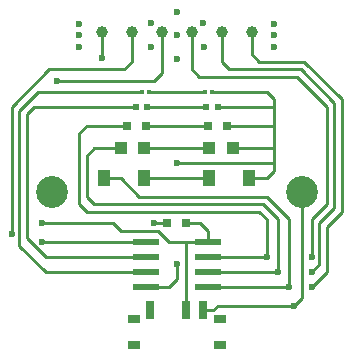
<source format=gtl>
G75*
%MOIN*%
%OFA0B0*%
%FSLAX24Y24*%
%IPPOS*%
%LPD*%
%AMOC8*
5,1,8,0,0,1.08239X$1,22.5*
%
%ADD10C,0.1063*%
%ADD11C,0.0394*%
%ADD12R,0.0394X0.0433*%
%ADD13R,0.0315X0.0315*%
%ADD14R,0.0197X0.0197*%
%ADD15R,0.0118X0.0118*%
%ADD16R,0.0394X0.0551*%
%ADD17R,0.0276X0.0630*%
%ADD18R,0.0394X0.0315*%
%ADD19R,0.0866X0.0236*%
%ADD20C,0.0236*%
%ADD21C,0.0100*%
D10*
X002285Y005912D03*
X010592Y005912D03*
D11*
X008939Y011252D03*
X007939Y011252D03*
X006939Y011252D03*
X005939Y011252D03*
X004939Y011252D03*
X003939Y011252D03*
D12*
X004570Y007377D03*
X005358Y007377D03*
X007519Y007377D03*
X008307Y007377D03*
D13*
X008110Y008127D03*
X007480Y008127D03*
X005397Y008127D03*
X004767Y008127D03*
X006124Y004877D03*
X006754Y004877D03*
D14*
X007421Y008752D03*
X007815Y008752D03*
X005456Y008752D03*
X005063Y008752D03*
D15*
X005259Y009252D03*
X005496Y009252D03*
X007381Y009252D03*
X007618Y009252D03*
D16*
X007519Y006377D03*
X008858Y006377D03*
X005358Y006377D03*
X004019Y006377D03*
D17*
X005553Y001961D03*
X006734Y001961D03*
X007324Y001961D03*
D18*
X007876Y001685D03*
X007876Y000819D03*
X005002Y000819D03*
X005002Y001685D03*
D19*
X005415Y002752D03*
X005415Y003252D03*
X005415Y003752D03*
X005415Y004252D03*
X007462Y004252D03*
X007462Y003752D03*
X007462Y003252D03*
X007462Y002752D03*
D20*
X006439Y003502D03*
X005689Y004877D03*
X006439Y006877D03*
X009439Y003752D03*
X009814Y003252D03*
X010189Y002752D03*
X010342Y002127D03*
X010939Y002752D03*
X010939Y003252D03*
X010939Y003752D03*
X006439Y010329D03*
X006439Y011128D03*
X006439Y011904D03*
X007314Y011529D03*
X007335Y010742D03*
X005564Y010742D03*
X005564Y011529D03*
X003939Y010377D03*
X003191Y010735D03*
X003191Y011128D03*
X003191Y011522D03*
X002439Y009627D03*
X001939Y004877D03*
X001939Y004252D03*
X000939Y004502D03*
X009687Y010735D03*
X009687Y011128D03*
X009687Y011522D03*
D21*
X005415Y003252D02*
X002064Y003252D01*
X001189Y004127D01*
X001189Y008627D01*
X001814Y009252D01*
X005259Y009252D01*
X005496Y009252D02*
X007381Y009252D01*
X007618Y009252D02*
X009439Y009252D01*
X009689Y009002D01*
X009689Y008752D01*
X009689Y008127D01*
X009689Y007377D01*
X009689Y006877D01*
X006439Y006877D01*
X007519Y006377D02*
X005358Y006377D01*
X005189Y005752D02*
X009439Y005752D01*
X010189Y005002D01*
X010189Y002752D01*
X007462Y002752D01*
X007462Y003252D02*
X009814Y003252D01*
X009814Y005002D01*
X009314Y005502D01*
X003689Y005502D01*
X003439Y005752D01*
X003439Y007127D01*
X003689Y007377D01*
X004570Y007377D01*
X004767Y008127D02*
X003439Y008127D01*
X003189Y007877D01*
X003189Y005502D01*
X003439Y005252D01*
X009189Y005252D01*
X009439Y005002D01*
X009439Y003752D01*
X007462Y003752D01*
X007462Y004252D02*
X007462Y004627D01*
X007212Y004877D01*
X006754Y004877D01*
X006734Y004252D02*
X006189Y004252D01*
X005814Y004627D01*
X004564Y004627D01*
X004314Y004877D01*
X001939Y004877D01*
X001439Y004377D02*
X002064Y003752D01*
X005415Y003752D01*
X005415Y004252D02*
X001939Y004252D01*
X001439Y004377D02*
X001439Y008502D01*
X001689Y008752D01*
X005063Y008752D01*
X005456Y008752D02*
X007421Y008752D01*
X007815Y008752D02*
X009689Y008752D01*
X009689Y008127D02*
X008110Y008127D01*
X007480Y008127D02*
X005397Y008127D01*
X005358Y007377D02*
X007519Y007377D01*
X008307Y007377D02*
X009689Y007377D01*
X009689Y006877D02*
X009689Y006627D01*
X009439Y006377D01*
X008858Y006377D01*
X010592Y005912D02*
X010592Y002377D01*
X010342Y002127D01*
X007814Y002127D01*
X007647Y001961D01*
X007324Y001961D01*
X006734Y001961D02*
X006734Y004252D01*
X007462Y004252D01*
X006439Y003502D02*
X006439Y003002D01*
X006189Y002752D01*
X005415Y002752D01*
X005689Y004877D02*
X006124Y004877D01*
X005189Y005752D02*
X004564Y006377D01*
X004019Y006377D01*
X000939Y004502D02*
X000939Y008752D01*
X002189Y010002D01*
X004689Y010002D01*
X004939Y010252D01*
X004939Y011252D01*
X005939Y011252D02*
X005939Y009877D01*
X005689Y009627D01*
X002439Y009627D01*
X003939Y010377D02*
X003939Y011252D01*
X006939Y011252D02*
X006939Y010002D01*
X007189Y009752D01*
X010439Y009752D01*
X011439Y008752D01*
X011439Y005502D01*
X010939Y005002D01*
X010939Y003752D01*
X011189Y003502D02*
X010939Y003252D01*
X011189Y003502D02*
X011189Y004877D01*
X011689Y005377D01*
X011689Y008877D01*
X010564Y010002D01*
X008189Y010002D01*
X007939Y010252D01*
X007939Y011252D01*
X008939Y011252D02*
X008939Y010502D01*
X009189Y010252D01*
X010689Y010252D01*
X011939Y009002D01*
X011939Y005252D01*
X011439Y004752D01*
X011439Y003252D01*
X010939Y002752D01*
M02*

</source>
